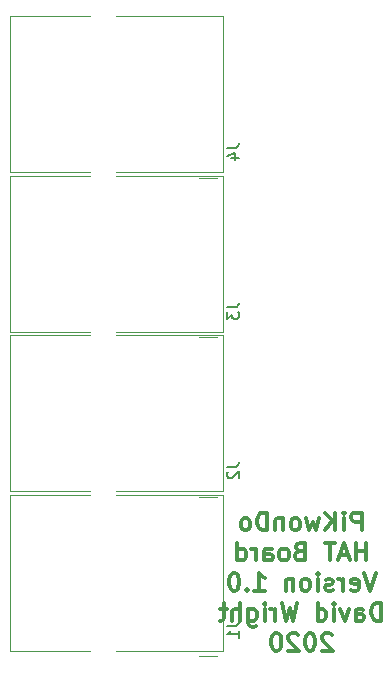
<source format=gbr>
G04 #@! TF.GenerationSoftware,KiCad,Pcbnew,5.1.5-52549c5~84~ubuntu19.10.1*
G04 #@! TF.CreationDate,2020-01-22T18:54:25-06:00*
G04 #@! TF.ProjectId,PiKwonDoHAT,50694b77-6f6e-4446-9f48-41542e6b6963,rev?*
G04 #@! TF.SameCoordinates,PX6bc3e40PY7b85d38*
G04 #@! TF.FileFunction,Legend,Bot*
G04 #@! TF.FilePolarity,Positive*
%FSLAX46Y46*%
G04 Gerber Fmt 4.6, Leading zero omitted, Abs format (unit mm)*
G04 Created by KiCad (PCBNEW 5.1.5-52549c5~84~ubuntu19.10.1) date 2020-01-22 18:54:25*
%MOMM*%
%LPD*%
G04 APERTURE LIST*
%ADD10C,0.300000*%
%ADD11C,0.120000*%
%ADD12C,0.100000*%
%ADD13C,0.150000*%
G04 APERTURE END LIST*
D10*
X-16010572Y11787429D02*
X-16010572Y13287429D01*
X-16582000Y13287429D01*
X-16724858Y13216000D01*
X-16796286Y13144572D01*
X-16867715Y13001715D01*
X-16867715Y12787429D01*
X-16796286Y12644572D01*
X-16724858Y12573143D01*
X-16582000Y12501715D01*
X-16010572Y12501715D01*
X-17510572Y11787429D02*
X-17510572Y12787429D01*
X-17510572Y13287429D02*
X-17439143Y13216000D01*
X-17510572Y13144572D01*
X-17582000Y13216000D01*
X-17510572Y13287429D01*
X-17510572Y13144572D01*
X-18224858Y11787429D02*
X-18224858Y13287429D01*
X-19082000Y11787429D02*
X-18439143Y12644572D01*
X-19082000Y13287429D02*
X-18224858Y12430286D01*
X-19582000Y12787429D02*
X-19867715Y11787429D01*
X-20153429Y12501715D01*
X-20439143Y11787429D01*
X-20724858Y12787429D01*
X-21510572Y11787429D02*
X-21367715Y11858858D01*
X-21296286Y11930286D01*
X-21224858Y12073143D01*
X-21224858Y12501715D01*
X-21296286Y12644572D01*
X-21367715Y12716000D01*
X-21510572Y12787429D01*
X-21724858Y12787429D01*
X-21867715Y12716000D01*
X-21939143Y12644572D01*
X-22010572Y12501715D01*
X-22010572Y12073143D01*
X-21939143Y11930286D01*
X-21867715Y11858858D01*
X-21724858Y11787429D01*
X-21510572Y11787429D01*
X-22653429Y12787429D02*
X-22653429Y11787429D01*
X-22653429Y12644572D02*
X-22724858Y12716000D01*
X-22867715Y12787429D01*
X-23082000Y12787429D01*
X-23224858Y12716000D01*
X-23296286Y12573143D01*
X-23296286Y11787429D01*
X-24010572Y11787429D02*
X-24010572Y13287429D01*
X-24367715Y13287429D01*
X-24582000Y13216000D01*
X-24724858Y13073143D01*
X-24796286Y12930286D01*
X-24867715Y12644572D01*
X-24867715Y12430286D01*
X-24796286Y12144572D01*
X-24724858Y12001715D01*
X-24582000Y11858858D01*
X-24367715Y11787429D01*
X-24010572Y11787429D01*
X-25724858Y11787429D02*
X-25582000Y11858858D01*
X-25510572Y11930286D01*
X-25439143Y12073143D01*
X-25439143Y12501715D01*
X-25510572Y12644572D01*
X-25582000Y12716000D01*
X-25724858Y12787429D01*
X-25939143Y12787429D01*
X-26082000Y12716000D01*
X-26153429Y12644572D01*
X-26224858Y12501715D01*
X-26224858Y12073143D01*
X-26153429Y11930286D01*
X-26082000Y11858858D01*
X-25939143Y11787429D01*
X-25724858Y11787429D01*
X-15617715Y9237429D02*
X-15617715Y10737429D01*
X-15617715Y10023143D02*
X-16474858Y10023143D01*
X-16474858Y9237429D02*
X-16474858Y10737429D01*
X-17117715Y9666000D02*
X-17832000Y9666000D01*
X-16974858Y9237429D02*
X-17474858Y10737429D01*
X-17974858Y9237429D01*
X-18260572Y10737429D02*
X-19117715Y10737429D01*
X-18689143Y9237429D02*
X-18689143Y10737429D01*
X-21260572Y10023143D02*
X-21474858Y9951715D01*
X-21546286Y9880286D01*
X-21617715Y9737429D01*
X-21617715Y9523143D01*
X-21546286Y9380286D01*
X-21474858Y9308858D01*
X-21332000Y9237429D01*
X-20760572Y9237429D01*
X-20760572Y10737429D01*
X-21260572Y10737429D01*
X-21403429Y10666000D01*
X-21474858Y10594572D01*
X-21546286Y10451715D01*
X-21546286Y10308858D01*
X-21474858Y10166000D01*
X-21403429Y10094572D01*
X-21260572Y10023143D01*
X-20760572Y10023143D01*
X-22474858Y9237429D02*
X-22332000Y9308858D01*
X-22260572Y9380286D01*
X-22189143Y9523143D01*
X-22189143Y9951715D01*
X-22260572Y10094572D01*
X-22332000Y10166000D01*
X-22474858Y10237429D01*
X-22689143Y10237429D01*
X-22832000Y10166000D01*
X-22903429Y10094572D01*
X-22974858Y9951715D01*
X-22974858Y9523143D01*
X-22903429Y9380286D01*
X-22832000Y9308858D01*
X-22689143Y9237429D01*
X-22474858Y9237429D01*
X-24260572Y9237429D02*
X-24260572Y10023143D01*
X-24189143Y10166000D01*
X-24046286Y10237429D01*
X-23760572Y10237429D01*
X-23617715Y10166000D01*
X-24260572Y9308858D02*
X-24117715Y9237429D01*
X-23760572Y9237429D01*
X-23617715Y9308858D01*
X-23546286Y9451715D01*
X-23546286Y9594572D01*
X-23617715Y9737429D01*
X-23760572Y9808858D01*
X-24117715Y9808858D01*
X-24260572Y9880286D01*
X-24974858Y9237429D02*
X-24974858Y10237429D01*
X-24974858Y9951715D02*
X-25046286Y10094572D01*
X-25117715Y10166000D01*
X-25260572Y10237429D01*
X-25403429Y10237429D01*
X-26546286Y9237429D02*
X-26546286Y10737429D01*
X-26546286Y9308858D02*
X-26403429Y9237429D01*
X-26117715Y9237429D01*
X-25974858Y9308858D01*
X-25903429Y9380286D01*
X-25832000Y9523143D01*
X-25832000Y9951715D01*
X-25903429Y10094572D01*
X-25974858Y10166000D01*
X-26117715Y10237429D01*
X-26403429Y10237429D01*
X-26546286Y10166000D01*
X-14796286Y8187429D02*
X-15296286Y6687429D01*
X-15796286Y8187429D01*
X-16867715Y6758858D02*
X-16724858Y6687429D01*
X-16439143Y6687429D01*
X-16296286Y6758858D01*
X-16224858Y6901715D01*
X-16224858Y7473143D01*
X-16296286Y7616000D01*
X-16439143Y7687429D01*
X-16724858Y7687429D01*
X-16867715Y7616000D01*
X-16939143Y7473143D01*
X-16939143Y7330286D01*
X-16224858Y7187429D01*
X-17582000Y6687429D02*
X-17582000Y7687429D01*
X-17582000Y7401715D02*
X-17653429Y7544572D01*
X-17724858Y7616000D01*
X-17867715Y7687429D01*
X-18010572Y7687429D01*
X-18439143Y6758858D02*
X-18582000Y6687429D01*
X-18867715Y6687429D01*
X-19010572Y6758858D01*
X-19082000Y6901715D01*
X-19082000Y6973143D01*
X-19010572Y7116000D01*
X-18867715Y7187429D01*
X-18653429Y7187429D01*
X-18510572Y7258858D01*
X-18439143Y7401715D01*
X-18439143Y7473143D01*
X-18510572Y7616000D01*
X-18653429Y7687429D01*
X-18867715Y7687429D01*
X-19010572Y7616000D01*
X-19724858Y6687429D02*
X-19724858Y7687429D01*
X-19724858Y8187429D02*
X-19653429Y8116000D01*
X-19724858Y8044572D01*
X-19796286Y8116000D01*
X-19724858Y8187429D01*
X-19724858Y8044572D01*
X-20653429Y6687429D02*
X-20510572Y6758858D01*
X-20439143Y6830286D01*
X-20367715Y6973143D01*
X-20367715Y7401715D01*
X-20439143Y7544572D01*
X-20510572Y7616000D01*
X-20653429Y7687429D01*
X-20867715Y7687429D01*
X-21010572Y7616000D01*
X-21082000Y7544572D01*
X-21153429Y7401715D01*
X-21153429Y6973143D01*
X-21082000Y6830286D01*
X-21010572Y6758858D01*
X-20867715Y6687429D01*
X-20653429Y6687429D01*
X-21796286Y7687429D02*
X-21796286Y6687429D01*
X-21796286Y7544572D02*
X-21867715Y7616000D01*
X-22010572Y7687429D01*
X-22224858Y7687429D01*
X-22367715Y7616000D01*
X-22439143Y7473143D01*
X-22439143Y6687429D01*
X-25082000Y6687429D02*
X-24224858Y6687429D01*
X-24653429Y6687429D02*
X-24653429Y8187429D01*
X-24510572Y7973143D01*
X-24367715Y7830286D01*
X-24224858Y7758858D01*
X-25724858Y6830286D02*
X-25796286Y6758858D01*
X-25724858Y6687429D01*
X-25653429Y6758858D01*
X-25724858Y6830286D01*
X-25724858Y6687429D01*
X-26724858Y8187429D02*
X-26867715Y8187429D01*
X-27010572Y8116000D01*
X-27082000Y8044572D01*
X-27153429Y7901715D01*
X-27224858Y7616000D01*
X-27224858Y7258858D01*
X-27153429Y6973143D01*
X-27082000Y6830286D01*
X-27010572Y6758858D01*
X-26867715Y6687429D01*
X-26724858Y6687429D01*
X-26582000Y6758858D01*
X-26510572Y6830286D01*
X-26439143Y6973143D01*
X-26367715Y7258858D01*
X-26367715Y7616000D01*
X-26439143Y7901715D01*
X-26510572Y8044572D01*
X-26582000Y8116000D01*
X-26724858Y8187429D01*
X-14367715Y4137429D02*
X-14367715Y5637429D01*
X-14724858Y5637429D01*
X-14939143Y5566000D01*
X-15082000Y5423143D01*
X-15153429Y5280286D01*
X-15224858Y4994572D01*
X-15224858Y4780286D01*
X-15153429Y4494572D01*
X-15082000Y4351715D01*
X-14939143Y4208858D01*
X-14724858Y4137429D01*
X-14367715Y4137429D01*
X-16510572Y4137429D02*
X-16510572Y4923143D01*
X-16439143Y5066000D01*
X-16296286Y5137429D01*
X-16010572Y5137429D01*
X-15867715Y5066000D01*
X-16510572Y4208858D02*
X-16367715Y4137429D01*
X-16010572Y4137429D01*
X-15867715Y4208858D01*
X-15796286Y4351715D01*
X-15796286Y4494572D01*
X-15867715Y4637429D01*
X-16010572Y4708858D01*
X-16367715Y4708858D01*
X-16510572Y4780286D01*
X-17082000Y5137429D02*
X-17439143Y4137429D01*
X-17796286Y5137429D01*
X-18367715Y4137429D02*
X-18367715Y5137429D01*
X-18367715Y5637429D02*
X-18296286Y5566000D01*
X-18367715Y5494572D01*
X-18439143Y5566000D01*
X-18367715Y5637429D01*
X-18367715Y5494572D01*
X-19724858Y4137429D02*
X-19724858Y5637429D01*
X-19724858Y4208858D02*
X-19582000Y4137429D01*
X-19296286Y4137429D01*
X-19153429Y4208858D01*
X-19082000Y4280286D01*
X-19010572Y4423143D01*
X-19010572Y4851715D01*
X-19082000Y4994572D01*
X-19153429Y5066000D01*
X-19296286Y5137429D01*
X-19582000Y5137429D01*
X-19724858Y5066000D01*
X-21439143Y5637429D02*
X-21796286Y4137429D01*
X-22082000Y5208858D01*
X-22367715Y4137429D01*
X-22724858Y5637429D01*
X-23296286Y4137429D02*
X-23296286Y5137429D01*
X-23296286Y4851715D02*
X-23367715Y4994572D01*
X-23439143Y5066000D01*
X-23582000Y5137429D01*
X-23724858Y5137429D01*
X-24224858Y4137429D02*
X-24224858Y5137429D01*
X-24224858Y5637429D02*
X-24153429Y5566000D01*
X-24224858Y5494572D01*
X-24296286Y5566000D01*
X-24224858Y5637429D01*
X-24224858Y5494572D01*
X-25582000Y5137429D02*
X-25582000Y3923143D01*
X-25510572Y3780286D01*
X-25439143Y3708858D01*
X-25296286Y3637429D01*
X-25082000Y3637429D01*
X-24939143Y3708858D01*
X-25582000Y4208858D02*
X-25439143Y4137429D01*
X-25153429Y4137429D01*
X-25010572Y4208858D01*
X-24939143Y4280286D01*
X-24867715Y4423143D01*
X-24867715Y4851715D01*
X-24939143Y4994572D01*
X-25010572Y5066000D01*
X-25153429Y5137429D01*
X-25439143Y5137429D01*
X-25582000Y5066000D01*
X-26296286Y4137429D02*
X-26296286Y5637429D01*
X-26939143Y4137429D02*
X-26939143Y4923143D01*
X-26867715Y5066000D01*
X-26724858Y5137429D01*
X-26510572Y5137429D01*
X-26367715Y5066000D01*
X-26296286Y4994572D01*
X-27439143Y5137429D02*
X-28010572Y5137429D01*
X-27653429Y5637429D02*
X-27653429Y4351715D01*
X-27724858Y4208858D01*
X-27867715Y4137429D01*
X-28010572Y4137429D01*
X-18510572Y2944572D02*
X-18582000Y3016000D01*
X-18724858Y3087429D01*
X-19082000Y3087429D01*
X-19224858Y3016000D01*
X-19296286Y2944572D01*
X-19367715Y2801715D01*
X-19367715Y2658858D01*
X-19296286Y2444572D01*
X-18439143Y1587429D01*
X-19367715Y1587429D01*
X-20296286Y3087429D02*
X-20439143Y3087429D01*
X-20582000Y3016000D01*
X-20653429Y2944572D01*
X-20724858Y2801715D01*
X-20796286Y2516000D01*
X-20796286Y2158858D01*
X-20724858Y1873143D01*
X-20653429Y1730286D01*
X-20582000Y1658858D01*
X-20439143Y1587429D01*
X-20296286Y1587429D01*
X-20153429Y1658858D01*
X-20082000Y1730286D01*
X-20010572Y1873143D01*
X-19939143Y2158858D01*
X-19939143Y2516000D01*
X-20010572Y2801715D01*
X-20082000Y2944572D01*
X-20153429Y3016000D01*
X-20296286Y3087429D01*
X-21367715Y2944572D02*
X-21439143Y3016000D01*
X-21582000Y3087429D01*
X-21939143Y3087429D01*
X-22082000Y3016000D01*
X-22153429Y2944572D01*
X-22224858Y2801715D01*
X-22224858Y2658858D01*
X-22153429Y2444572D01*
X-21296286Y1587429D01*
X-22224858Y1587429D01*
X-23153429Y3087429D02*
X-23296286Y3087429D01*
X-23439143Y3016000D01*
X-23510572Y2944572D01*
X-23582000Y2801715D01*
X-23653429Y2516000D01*
X-23653429Y2158858D01*
X-23582000Y1873143D01*
X-23510572Y1730286D01*
X-23439143Y1658858D01*
X-23296286Y1587429D01*
X-23153429Y1587429D01*
X-23010572Y1658858D01*
X-22939143Y1730286D01*
X-22867715Y1873143D01*
X-22796286Y2158858D01*
X-22796286Y2516000D01*
X-22867715Y2801715D01*
X-22939143Y2944572D01*
X-23010572Y3016000D01*
X-23153429Y3087429D01*
D11*
X-27770000Y15093000D02*
X-27770000Y28293000D01*
X-27770000Y28293000D02*
X-36790000Y28293000D01*
D12*
X-45650000Y28293000D02*
X-45770000Y28293000D01*
D11*
X-45770000Y28293000D02*
X-38990000Y28293000D01*
D12*
X-45760000Y28293000D02*
X-45770000Y28293000D01*
D11*
X-45770000Y28293000D02*
X-45770000Y15093000D01*
X-45770000Y15093000D02*
X-38990000Y15093000D01*
D12*
X-36720000Y15093000D02*
X-36790000Y15093000D01*
D11*
X-36790000Y15093000D02*
X-27770000Y15093000D01*
X-29770000Y14623000D02*
X-28240000Y14623000D01*
X-29770000Y28123000D02*
X-28240000Y28123000D01*
X-36790000Y28593000D02*
X-27770000Y28593000D01*
D12*
X-36720000Y28593000D02*
X-36790000Y28593000D01*
D11*
X-45770000Y28593000D02*
X-38990000Y28593000D01*
X-45770000Y41793000D02*
X-45770000Y28593000D01*
D12*
X-45760000Y41793000D02*
X-45770000Y41793000D01*
D11*
X-45770000Y41793000D02*
X-38990000Y41793000D01*
D12*
X-45650000Y41793000D02*
X-45770000Y41793000D01*
D11*
X-27770000Y41793000D02*
X-36790000Y41793000D01*
X-27770000Y28593000D02*
X-27770000Y41793000D01*
X-29770000Y1123000D02*
X-28240000Y1123000D01*
X-36790000Y1593000D02*
X-27770000Y1593000D01*
D12*
X-36720000Y1593000D02*
X-36790000Y1593000D01*
D11*
X-45770000Y1593000D02*
X-38990000Y1593000D01*
X-45770000Y14793000D02*
X-45770000Y1593000D01*
D12*
X-45760000Y14793000D02*
X-45770000Y14793000D01*
D11*
X-45770000Y14793000D02*
X-38990000Y14793000D01*
D12*
X-45650000Y14793000D02*
X-45770000Y14793000D01*
D11*
X-27770000Y14793000D02*
X-36790000Y14793000D01*
X-27770000Y1593000D02*
X-27770000Y14793000D01*
X-27770000Y42093000D02*
X-27770000Y55293000D01*
X-27770000Y55293000D02*
X-36790000Y55293000D01*
D12*
X-45650000Y55293000D02*
X-45770000Y55293000D01*
D11*
X-45770000Y55293000D02*
X-38990000Y55293000D01*
D12*
X-45760000Y55293000D02*
X-45770000Y55293000D01*
D11*
X-45770000Y55293000D02*
X-45770000Y42093000D01*
X-45770000Y42093000D02*
X-38990000Y42093000D01*
D12*
X-36720000Y42093000D02*
X-36790000Y42093000D01*
D11*
X-36790000Y42093000D02*
X-27770000Y42093000D01*
X-29770000Y41623000D02*
X-28240000Y41623000D01*
D13*
X-27387620Y17186334D02*
X-26673334Y17186334D01*
X-26530477Y17233953D01*
X-26435239Y17329191D01*
X-26387620Y17472048D01*
X-26387620Y17567286D01*
X-27292381Y16757762D02*
X-27340000Y16710143D01*
X-27387620Y16614905D01*
X-27387620Y16376810D01*
X-27340000Y16281572D01*
X-27292381Y16233953D01*
X-27197143Y16186334D01*
X-27101905Y16186334D01*
X-26959048Y16233953D01*
X-26387620Y16805381D01*
X-26387620Y16186334D01*
X-27387620Y30686334D02*
X-26673334Y30686334D01*
X-26530477Y30733953D01*
X-26435239Y30829191D01*
X-26387620Y30972048D01*
X-26387620Y31067286D01*
X-27387620Y30305381D02*
X-27387620Y29686334D01*
X-27006667Y30019667D01*
X-27006667Y29876810D01*
X-26959048Y29781572D01*
X-26911429Y29733953D01*
X-26816191Y29686334D01*
X-26578096Y29686334D01*
X-26482858Y29733953D01*
X-26435239Y29781572D01*
X-26387620Y29876810D01*
X-26387620Y30162524D01*
X-26435239Y30257762D01*
X-26482858Y30305381D01*
X-27387620Y3686334D02*
X-26673334Y3686334D01*
X-26530477Y3733953D01*
X-26435239Y3829191D01*
X-26387620Y3972048D01*
X-26387620Y4067286D01*
X-26387620Y2686334D02*
X-26387620Y3257762D01*
X-26387620Y2972048D02*
X-27387620Y2972048D01*
X-27244762Y3067286D01*
X-27149524Y3162524D01*
X-27101905Y3257762D01*
X-27387620Y44186334D02*
X-26673334Y44186334D01*
X-26530477Y44233953D01*
X-26435239Y44329191D01*
X-26387620Y44472048D01*
X-26387620Y44567286D01*
X-27054286Y43281572D02*
X-26387620Y43281572D01*
X-27435239Y43519667D02*
X-26720953Y43757762D01*
X-26720953Y43138715D01*
M02*

</source>
